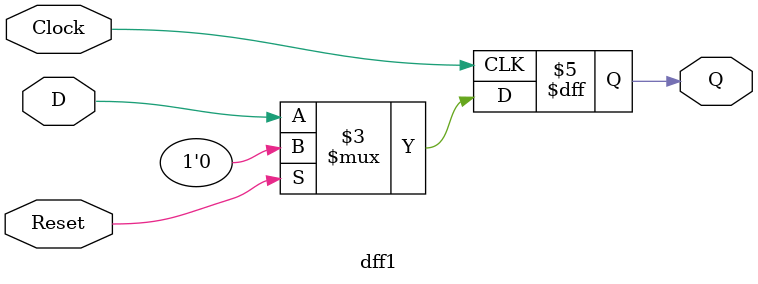
<source format=v>
module q4(w, Clk, Res, y);
input [7: 0]w;
input Clk, Res;
output [7: 0]y;
reg [7: 0]y;
dff1 stage0(w[0], Clk, Res, y[0]);
dff1 stage1(w[1], Clk, Res, y[1]);
dff1 stage2(w[2], Clk, Res, y[2]);
dff1 stage3(w[3], Clk, Res, y[3]);
dff1 stage4(w[4], Clk, Res, y[4]);
dff1 stage5(w[5], Clk, Res, y[5]);
dff1 stage6(w[6], Clk, Res, y[6]);
dff1 stage7(w[7], Clk, Res, y[7]);
endmodule

module dff1(D, Clock, Reset, Q);
input D, Clock, Reset;
output Q;
reg Q;
always @(posedge Clock)
	begin
		if(Reset)
			Q <= 0;
		else
			Q <= D;
	end
endmodule

</source>
